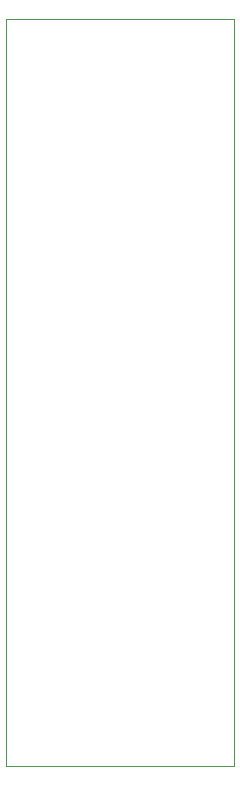
<source format=gbr>
%TF.GenerationSoftware,KiCad,Pcbnew,9.0.4*%
%TF.CreationDate,2025-09-22T14:36:08+02:00*%
%TF.ProjectId,ATmega4809A-breakout,41546d65-6761-4343-9830-39412d627265,rev?*%
%TF.SameCoordinates,Original*%
%TF.FileFunction,Profile,NP*%
%FSLAX46Y46*%
G04 Gerber Fmt 4.6, Leading zero omitted, Abs format (unit mm)*
G04 Created by KiCad (PCBNEW 9.0.4) date 2025-09-22 14:36:08*
%MOMM*%
%LPD*%
G01*
G04 APERTURE LIST*
%TA.AperFunction,Profile*%
%ADD10C,0.050000*%
%TD*%
G04 APERTURE END LIST*
D10*
X107188000Y-48133000D02*
X126492000Y-48133000D01*
X126492000Y-111379000D01*
X107188000Y-111379000D01*
X107188000Y-48133000D01*
M02*

</source>
